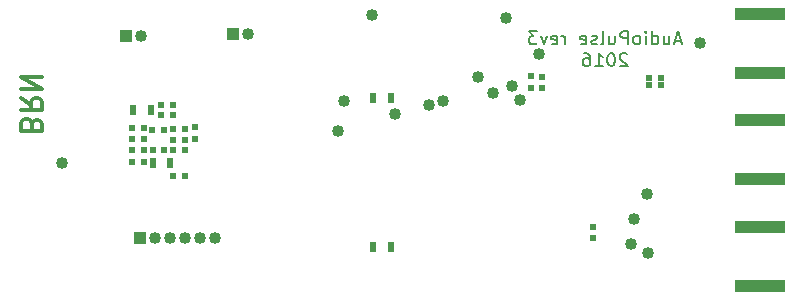
<source format=gbs>
G04 #@! TF.FileFunction,Soldermask,Bot*
%FSLAX46Y46*%
G04 Gerber Fmt 4.6, Leading zero omitted, Abs format (unit mm)*
G04 Created by KiCad (PCBNEW 4.0.4-stable) date Wed Dec  7 21:18:21 2016*
%MOMM*%
%LPD*%
G01*
G04 APERTURE LIST*
%ADD10C,0.150000*%
%ADD11C,0.200000*%
%ADD12C,0.300000*%
%ADD13R,0.500000X0.600000*%
%ADD14C,1.016000*%
%ADD15R,0.600000X0.500000*%
%ADD16R,1.016000X1.016000*%
%ADD17R,0.600000X0.900000*%
%ADD18R,4.200000X1.100000*%
G04 APERTURE END LIST*
D10*
D11*
X208792856Y-75058333D02*
X208269047Y-75058333D01*
X208897618Y-75372619D02*
X208530951Y-74272619D01*
X208164285Y-75372619D01*
X207326190Y-74639286D02*
X207326190Y-75372619D01*
X207797618Y-74639286D02*
X207797618Y-75215476D01*
X207745237Y-75320238D01*
X207640475Y-75372619D01*
X207483333Y-75372619D01*
X207378571Y-75320238D01*
X207326190Y-75267857D01*
X206330952Y-75372619D02*
X206330952Y-74272619D01*
X206330952Y-75320238D02*
X206435714Y-75372619D01*
X206645237Y-75372619D01*
X206749999Y-75320238D01*
X206802380Y-75267857D01*
X206854761Y-75163095D01*
X206854761Y-74848810D01*
X206802380Y-74744048D01*
X206749999Y-74691667D01*
X206645237Y-74639286D01*
X206435714Y-74639286D01*
X206330952Y-74691667D01*
X205807142Y-75372619D02*
X205807142Y-74639286D01*
X205807142Y-74272619D02*
X205859523Y-74325000D01*
X205807142Y-74377381D01*
X205754761Y-74325000D01*
X205807142Y-74272619D01*
X205807142Y-74377381D01*
X205126189Y-75372619D02*
X205230951Y-75320238D01*
X205283332Y-75267857D01*
X205335713Y-75163095D01*
X205335713Y-74848810D01*
X205283332Y-74744048D01*
X205230951Y-74691667D01*
X205126189Y-74639286D01*
X204969047Y-74639286D01*
X204864285Y-74691667D01*
X204811904Y-74744048D01*
X204759523Y-74848810D01*
X204759523Y-75163095D01*
X204811904Y-75267857D01*
X204864285Y-75320238D01*
X204969047Y-75372619D01*
X205126189Y-75372619D01*
X204288094Y-75372619D02*
X204288094Y-74272619D01*
X203869047Y-74272619D01*
X203764285Y-74325000D01*
X203711904Y-74377381D01*
X203659523Y-74482143D01*
X203659523Y-74639286D01*
X203711904Y-74744048D01*
X203764285Y-74796429D01*
X203869047Y-74848810D01*
X204288094Y-74848810D01*
X202716666Y-74639286D02*
X202716666Y-75372619D01*
X203188094Y-74639286D02*
X203188094Y-75215476D01*
X203135713Y-75320238D01*
X203030951Y-75372619D01*
X202873809Y-75372619D01*
X202769047Y-75320238D01*
X202716666Y-75267857D01*
X202035713Y-75372619D02*
X202140475Y-75320238D01*
X202192856Y-75215476D01*
X202192856Y-74272619D01*
X201669047Y-75320238D02*
X201564285Y-75372619D01*
X201354761Y-75372619D01*
X201250000Y-75320238D01*
X201197619Y-75215476D01*
X201197619Y-75163095D01*
X201250000Y-75058333D01*
X201354761Y-75005952D01*
X201511904Y-75005952D01*
X201616666Y-74953571D01*
X201669047Y-74848810D01*
X201669047Y-74796429D01*
X201616666Y-74691667D01*
X201511904Y-74639286D01*
X201354761Y-74639286D01*
X201250000Y-74691667D01*
X200307143Y-75320238D02*
X200411905Y-75372619D01*
X200621428Y-75372619D01*
X200726190Y-75320238D01*
X200778571Y-75215476D01*
X200778571Y-74796429D01*
X200726190Y-74691667D01*
X200621428Y-74639286D01*
X200411905Y-74639286D01*
X200307143Y-74691667D01*
X200254762Y-74796429D01*
X200254762Y-74901190D01*
X200778571Y-75005952D01*
X198945238Y-75372619D02*
X198945238Y-74639286D01*
X198945238Y-74848810D02*
X198892857Y-74744048D01*
X198840476Y-74691667D01*
X198735714Y-74639286D01*
X198630953Y-74639286D01*
X197845239Y-75320238D02*
X197950001Y-75372619D01*
X198159524Y-75372619D01*
X198264286Y-75320238D01*
X198316667Y-75215476D01*
X198316667Y-74796429D01*
X198264286Y-74691667D01*
X198159524Y-74639286D01*
X197950001Y-74639286D01*
X197845239Y-74691667D01*
X197792858Y-74796429D01*
X197792858Y-74901190D01*
X198316667Y-75005952D01*
X197426191Y-74639286D02*
X197164286Y-75372619D01*
X196902382Y-74639286D01*
X196588096Y-74272619D02*
X195907144Y-74272619D01*
X196273810Y-74691667D01*
X196116668Y-74691667D01*
X196011906Y-74744048D01*
X195959525Y-74796429D01*
X195907144Y-74901190D01*
X195907144Y-75163095D01*
X195959525Y-75267857D01*
X196011906Y-75320238D01*
X196116668Y-75372619D01*
X196430953Y-75372619D01*
X196535715Y-75320238D01*
X196588096Y-75267857D01*
X204235714Y-76227381D02*
X204183333Y-76175000D01*
X204078571Y-76122619D01*
X203816667Y-76122619D01*
X203711905Y-76175000D01*
X203659524Y-76227381D01*
X203607143Y-76332143D01*
X203607143Y-76436905D01*
X203659524Y-76594048D01*
X204288095Y-77222619D01*
X203607143Y-77222619D01*
X202926190Y-76122619D02*
X202821429Y-76122619D01*
X202716667Y-76175000D01*
X202664286Y-76227381D01*
X202611905Y-76332143D01*
X202559524Y-76541667D01*
X202559524Y-76803571D01*
X202611905Y-77013095D01*
X202664286Y-77117857D01*
X202716667Y-77170238D01*
X202821429Y-77222619D01*
X202926190Y-77222619D01*
X203030952Y-77170238D01*
X203083333Y-77117857D01*
X203135714Y-77013095D01*
X203188095Y-76803571D01*
X203188095Y-76541667D01*
X203135714Y-76332143D01*
X203083333Y-76227381D01*
X203030952Y-76175000D01*
X202926190Y-76122619D01*
X201511905Y-77222619D02*
X202140476Y-77222619D01*
X201826190Y-77222619D02*
X201826190Y-76122619D01*
X201930952Y-76279762D01*
X202035714Y-76384524D01*
X202140476Y-76436905D01*
X200569048Y-76122619D02*
X200778571Y-76122619D01*
X200883333Y-76175000D01*
X200935714Y-76227381D01*
X201040476Y-76384524D01*
X201092857Y-76594048D01*
X201092857Y-77013095D01*
X201040476Y-77117857D01*
X200988095Y-77170238D01*
X200883333Y-77222619D01*
X200673810Y-77222619D01*
X200569048Y-77170238D01*
X200516667Y-77117857D01*
X200464286Y-77013095D01*
X200464286Y-76751190D01*
X200516667Y-76646429D01*
X200569048Y-76594048D01*
X200673810Y-76541667D01*
X200883333Y-76541667D01*
X200988095Y-76594048D01*
X201040476Y-76646429D01*
X201092857Y-76751190D01*
D12*
X153838571Y-82154286D02*
X153752857Y-81897143D01*
X153667143Y-81811428D01*
X153495714Y-81725714D01*
X153238571Y-81725714D01*
X153067143Y-81811428D01*
X152981429Y-81897143D01*
X152895714Y-82068571D01*
X152895714Y-82754286D01*
X154695714Y-82754286D01*
X154695714Y-82154286D01*
X154610000Y-81982857D01*
X154524286Y-81897143D01*
X154352857Y-81811428D01*
X154181429Y-81811428D01*
X154010000Y-81897143D01*
X153924286Y-81982857D01*
X153838571Y-82154286D01*
X153838571Y-82754286D01*
X152895714Y-79925714D02*
X153752857Y-80525714D01*
X152895714Y-80954286D02*
X154695714Y-80954286D01*
X154695714Y-80268571D01*
X154610000Y-80097143D01*
X154524286Y-80011428D01*
X154352857Y-79925714D01*
X154095714Y-79925714D01*
X153924286Y-80011428D01*
X153838571Y-80097143D01*
X153752857Y-80268571D01*
X153752857Y-80954286D01*
X152895714Y-79154286D02*
X154695714Y-79154286D01*
X152895714Y-78125714D01*
X154695714Y-78125714D01*
D13*
X206090900Y-78850000D03*
X207090900Y-78850000D03*
D14*
X156400000Y-85450000D03*
D13*
X165041200Y-84328000D03*
X164041200Y-84328000D03*
X206090900Y-78259940D03*
X207090900Y-78259940D03*
X162300000Y-84350000D03*
X163300000Y-84350000D03*
X165801800Y-86487000D03*
X166801800Y-86487000D03*
X165800000Y-84350000D03*
X166800000Y-84350000D03*
D15*
X201350880Y-91802840D03*
X201350880Y-90802840D03*
D14*
X172110400Y-74523600D03*
D16*
X170840400Y-74523600D03*
D14*
X169291000Y-91744800D03*
X168021000Y-91744800D03*
X165481000Y-91744800D03*
X166751000Y-91744800D03*
X164211000Y-91744800D03*
D16*
X162941000Y-91744800D03*
D13*
X162300000Y-85300000D03*
X163300000Y-85300000D03*
D14*
X191582040Y-78127860D03*
X192857120Y-79496920D03*
X179740000Y-82700000D03*
X180270000Y-80140000D03*
X205945740Y-88092280D03*
X204769720Y-90172540D03*
X204558900Y-92260420D03*
X205999080Y-93024960D03*
X163035000Y-74650000D03*
D16*
X161765000Y-74650000D03*
D14*
X182600000Y-72900000D03*
X193992500Y-73126600D03*
X196786500Y-76212700D03*
X210400000Y-75300000D03*
D13*
X164003100Y-82613500D03*
X165003100Y-82613500D03*
D17*
X164045200Y-85445600D03*
X165545200Y-85445600D03*
X163900000Y-80950000D03*
X162400000Y-80950000D03*
D13*
X165800000Y-83450000D03*
X166800000Y-83450000D03*
X164750000Y-80500000D03*
X165750000Y-80500000D03*
X164750000Y-81400000D03*
X165750000Y-81400000D03*
X162300000Y-82500000D03*
X163300000Y-82500000D03*
D15*
X167640000Y-82405600D03*
X167640000Y-83405600D03*
D13*
X162300000Y-83400000D03*
X163300000Y-83400000D03*
X165800000Y-82550000D03*
X166800000Y-82550000D03*
D15*
X196075300Y-79095600D03*
X196075300Y-78095600D03*
X197053200Y-79108300D03*
X197053200Y-78108300D03*
D14*
X194513200Y-78930500D03*
X195173600Y-80086200D03*
D18*
X215460000Y-77780000D03*
X215460000Y-72780000D03*
X215460000Y-86800000D03*
X215460000Y-81800000D03*
X215460000Y-95870000D03*
X215460000Y-90870000D03*
D17*
X184200000Y-79950000D03*
X182700000Y-79950000D03*
X182700000Y-92550000D03*
X184200000Y-92550000D03*
D14*
X188620400Y-80200500D03*
X187426600Y-80556100D03*
X184569100Y-81267300D03*
M02*

</source>
